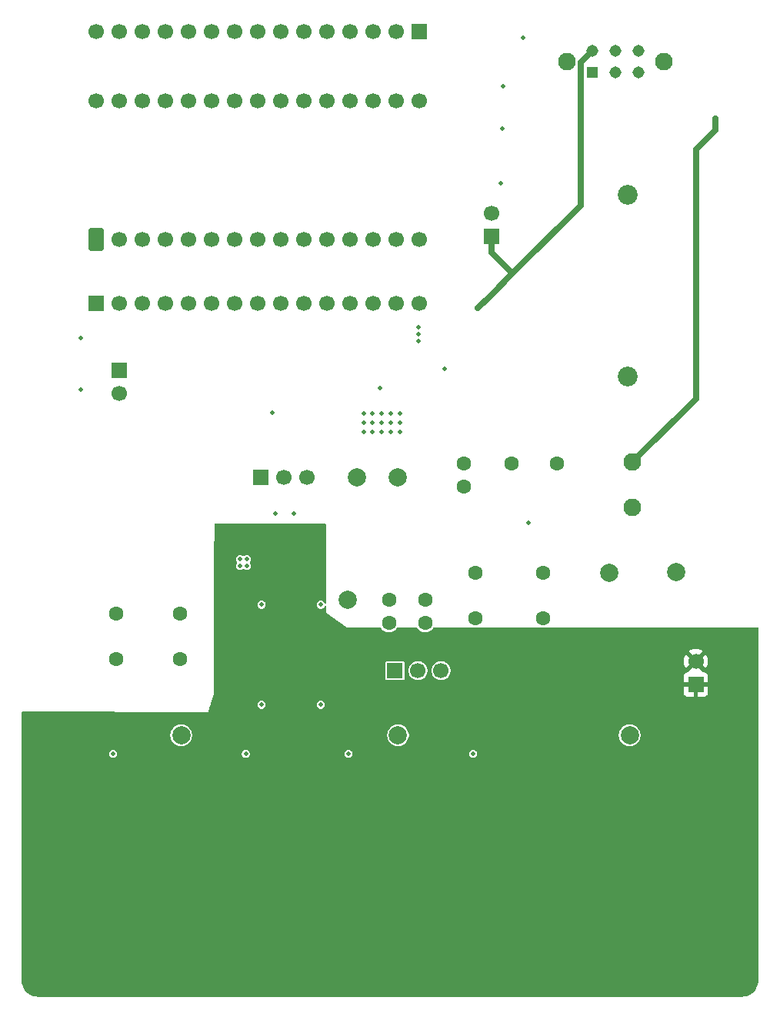
<source format=gbr>
%TF.GenerationSoftware,KiCad,Pcbnew,9.0.3*%
%TF.CreationDate,2025-08-01T09:31:49-04:00*%
%TF.ProjectId,ECG,4543472e-6b69-4636-9164-5f7063625858,rev?*%
%TF.SameCoordinates,Original*%
%TF.FileFunction,Copper,L2,Inr*%
%TF.FilePolarity,Positive*%
%FSLAX46Y46*%
G04 Gerber Fmt 4.6, Leading zero omitted, Abs format (unit mm)*
G04 Created by KiCad (PCBNEW 9.0.3) date 2025-08-01 09:31:49*
%MOMM*%
%LPD*%
G01*
G04 APERTURE LIST*
G04 Aperture macros list*
%AMRoundRect*
0 Rectangle with rounded corners*
0 $1 Rounding radius*
0 $2 $3 $4 $5 $6 $7 $8 $9 X,Y pos of 4 corners*
0 Add a 4 corners polygon primitive as box body*
4,1,4,$2,$3,$4,$5,$6,$7,$8,$9,$2,$3,0*
0 Add four circle primitives for the rounded corners*
1,1,$1+$1,$2,$3*
1,1,$1+$1,$4,$5*
1,1,$1+$1,$6,$7*
1,1,$1+$1,$8,$9*
0 Add four rect primitives between the rounded corners*
20,1,$1+$1,$2,$3,$4,$5,0*
20,1,$1+$1,$4,$5,$6,$7,0*
20,1,$1+$1,$6,$7,$8,$9,0*
20,1,$1+$1,$8,$9,$2,$3,0*%
G04 Aperture macros list end*
%TA.AperFunction,ComponentPad*%
%ADD10C,2.000000*%
%TD*%
%TA.AperFunction,ComponentPad*%
%ADD11R,1.700000X1.700000*%
%TD*%
%TA.AperFunction,ComponentPad*%
%ADD12C,1.700000*%
%TD*%
%TA.AperFunction,ComponentPad*%
%ADD13C,1.600000*%
%TD*%
%TA.AperFunction,ComponentPad*%
%ADD14C,1.950000*%
%TD*%
%TA.AperFunction,ComponentPad*%
%ADD15RoundRect,0.255000X-0.595000X1.015000X-0.595000X-1.015000X0.595000X-1.015000X0.595000X1.015000X0*%
%TD*%
%TA.AperFunction,ComponentPad*%
%ADD16C,2.175000*%
%TD*%
%TA.AperFunction,ComponentPad*%
%ADD17R,1.308000X1.308000*%
%TD*%
%TA.AperFunction,ComponentPad*%
%ADD18C,1.308000*%
%TD*%
%TA.AperFunction,ViaPad*%
%ADD19C,0.500000*%
%TD*%
%TA.AperFunction,Conductor*%
%ADD20C,0.635000*%
%TD*%
%TA.AperFunction,Conductor*%
%ADD21C,0.127000*%
%TD*%
G04 APERTURE END LIST*
D10*
%TO.N,/RL*%
%TO.C,TP5*%
X159090001Y-105156000D03*
%TD*%
D11*
%TO.N,/D13*%
%TO.C,J3*%
X100330000Y-57658000D03*
D12*
%TO.N,+3V3*%
X102870000Y-57658000D03*
%TO.N,/AREF*%
X105410000Y-57658000D03*
%TO.N,/A0*%
X107950000Y-57658000D03*
%TO.N,/A1*%
X110490000Y-57658000D03*
%TO.N,/A2*%
X113030000Y-57658000D03*
%TO.N,/A3*%
X115570000Y-57658000D03*
%TO.N,/HR_SIGNAL*%
X118110000Y-57658000D03*
%TO.N,/A5*%
X120650000Y-57658000D03*
%TO.N,/A6*%
X123190000Y-57658000D03*
%TO.N,/A7*%
X125730000Y-57658000D03*
%TO.N,+5V*%
X128270000Y-57658000D03*
%TO.N,/RESET*%
X130810000Y-57658000D03*
%TO.N,GND*%
X133350000Y-57658000D03*
%TO.N,/VIN*%
X135890000Y-57658000D03*
%TD*%
D13*
%TO.N,/P1*%
%TO.C,C2*%
X109590001Y-96792999D03*
%TO.N,Net-(U1-HPSENSE)*%
X109590001Y-91792999D03*
%TD*%
D11*
%TO.N,/RL*%
%TO.C,J2*%
X133260001Y-98042999D03*
D12*
%TO.N,Net-(J2-Pin_2)*%
X135800001Y-98042999D03*
%TO.N,+3V0*%
X138340001Y-98042999D03*
%TD*%
D14*
%TO.N,Net-(D3-A)*%
%TO.C,J5*%
X159381000Y-75137000D03*
%TO.N,GND*%
X159381000Y-80137000D03*
%TD*%
D13*
%TO.N,/P1*%
%TO.C,R22*%
X136590001Y-92832999D03*
%TO.N,Net-(U1-OPAMP+)*%
X136590001Y-90292999D03*
%TD*%
%TO.N,Net-(U1-OPAMP+)*%
%TO.C,C6*%
X142090001Y-92292999D03*
%TO.N,Net-(U1-REFOUT)*%
X142090001Y-87292999D03*
%TD*%
D10*
%TO.N,/INM*%
%TO.C,TP3*%
X133590001Y-105156000D03*
%TD*%
%TO.N,/LODP*%
%TO.C,TP2*%
X129090001Y-76792999D03*
%TD*%
%TO.N,GND*%
%TO.C,TP8*%
X164211000Y-87249000D03*
%TD*%
D11*
%TO.N,/PWR_OFF_HV*%
%TO.C,J8*%
X102870000Y-65019000D03*
D12*
X102870000Y-67559000D03*
%TD*%
D11*
%TO.N,+3V0*%
%TO.C,J1*%
X118510001Y-76792999D03*
D12*
%TO.N,Net-(J1-Pin_2)*%
X121050001Y-76792999D03*
%TO.N,GND*%
X123590001Y-76792999D03*
%TD*%
D13*
%TO.N,/P1*%
%TO.C,C22*%
X102590001Y-96792999D03*
%TO.N,Net-(U1-HPSENSE)*%
X102590001Y-91792999D03*
%TD*%
D11*
%TO.N,GND*%
%TO.C,J7*%
X166370000Y-99568000D03*
D12*
X166370000Y-97028000D03*
%TD*%
D10*
%TO.N,Net-(U1-SW)*%
%TO.C,TP6*%
X128090001Y-90292999D03*
%TD*%
D13*
%TO.N,GND*%
%TO.C,C7*%
X151090001Y-75292999D03*
%TO.N,/FILTER_OUT*%
X146090001Y-75292999D03*
%TD*%
D15*
%TO.N,/D13*%
%TO.C,U3*%
X100330000Y-50673000D03*
D12*
%TO.N,+3V3*%
X102870000Y-50673000D03*
%TO.N,/AREF*%
X105410000Y-50673000D03*
%TO.N,/A0*%
X107950000Y-50673000D03*
%TO.N,/A1*%
X110490000Y-50673000D03*
%TO.N,/A2*%
X113030000Y-50673000D03*
%TO.N,/A3*%
X115570000Y-50673000D03*
%TO.N,/HR_SIGNAL*%
X118110000Y-50673000D03*
%TO.N,/A5*%
X120650000Y-50673000D03*
%TO.N,/A6*%
X123190000Y-50673000D03*
%TO.N,/A7*%
X125730000Y-50673000D03*
%TO.N,+5V*%
X128270000Y-50673000D03*
%TO.N,/RESET*%
X130810000Y-50673000D03*
%TO.N,GND*%
X133350000Y-50673000D03*
%TO.N,/VIN*%
X135890000Y-50673000D03*
%TO.N,/TX*%
X135890000Y-35433000D03*
%TO.N,/RX*%
X133350000Y-35433000D03*
%TO.N,/RESET1*%
X130810000Y-35433000D03*
%TO.N,GND*%
X128270000Y-35433000D03*
%TO.N,/LEADS_ON_PROT*%
X125730000Y-35433000D03*
%TO.N,/PWR_HOLD*%
X123190000Y-35433000D03*
%TO.N,/D4*%
X120650000Y-35433000D03*
%TO.N,/D5*%
X118110000Y-35433000D03*
%TO.N,/D6*%
X115570000Y-35433000D03*
%TO.N,/D7*%
X113030000Y-35433000D03*
%TO.N,/D8*%
X110490000Y-35433000D03*
%TO.N,/D9*%
X107950000Y-35433000D03*
%TO.N,/D10*%
X105410000Y-35433000D03*
%TO.N,/D11*%
X102870000Y-35433000D03*
%TO.N,/D12*%
X100330000Y-35433000D03*
%TD*%
D11*
%TO.N,+9V*%
%TO.C,J6*%
X143900000Y-50275000D03*
D12*
%TO.N,/VIN*%
X143900000Y-47735000D03*
%TD*%
D10*
%TO.N,Net-(U1-REFOUT)*%
%TO.C,TP7*%
X156840001Y-87292999D03*
%TD*%
D16*
%TO.N,/BPLUS*%
%TO.C,BT1*%
X158900000Y-65683750D03*
%TO.N,GND*%
X158900000Y-45683750D03*
%TD*%
D10*
%TO.N,/LODN*%
%TO.C,TP1*%
X133590001Y-76792999D03*
%TD*%
D13*
%TO.N,/P1*%
%TO.C,R11*%
X132590001Y-92832999D03*
%TO.N,Net-(U1-OPAMP+)*%
X132590001Y-90292999D03*
%TD*%
D10*
%TO.N,/INP*%
%TO.C,TP4*%
X109728000Y-105156000D03*
%TD*%
D13*
%TO.N,Net-(U1-OPAMP+)*%
%TO.C,C21*%
X149590001Y-92292999D03*
%TO.N,Net-(U1-REFOUT)*%
X149590001Y-87292999D03*
%TD*%
%TO.N,Net-(D1-A)*%
%TO.C,R14*%
X140840001Y-77837999D03*
%TO.N,/FILTER_OUT*%
X140840001Y-75297999D03*
%TD*%
D11*
%TO.N,/TX*%
%TO.C,J4*%
X135890000Y-27813000D03*
D12*
%TO.N,/RX*%
X133350000Y-27813000D03*
%TO.N,/RESET1*%
X130810000Y-27813000D03*
%TO.N,GND*%
X128270000Y-27813000D03*
%TO.N,/LEADS_ON_PROT*%
X125730000Y-27813000D03*
%TO.N,/PWR_HOLD*%
X123190000Y-27813000D03*
%TO.N,/D4*%
X120650000Y-27813000D03*
%TO.N,/D5*%
X118110000Y-27813000D03*
%TO.N,/D6*%
X115570000Y-27813000D03*
%TO.N,/D7*%
X113030000Y-27813000D03*
%TO.N,/D8*%
X110490000Y-27813000D03*
%TO.N,/D9*%
X107950000Y-27813000D03*
%TO.N,/D10*%
X105410000Y-27813000D03*
%TO.N,/D11*%
X102870000Y-27813000D03*
%TO.N,/D12*%
X100330000Y-27813000D03*
%TD*%
D17*
%TO.N,+3V0*%
%TO.C,S1*%
X155020000Y-32258000D03*
D18*
%TO.N,/BPLUS*%
X157520000Y-32258000D03*
%TO.N,unconnected-(S1-Pad3)*%
X160020000Y-32258000D03*
%TO.N,+9V*%
X155020000Y-29858000D03*
%TO.N,Net-(D3-K)*%
X157520000Y-29858000D03*
%TO.N,unconnected-(S1-Pad6)*%
X160020000Y-29858000D03*
D14*
%TO.N,unconnected-(S1-SH-Pad7)*%
X152220000Y-31058000D03*
%TO.N,unconnected-(S1-SH-Pad8)*%
X162820000Y-31058000D03*
%TD*%
D19*
%TO.N,GND*%
X119290400Y-129932200D03*
X130800000Y-69800000D03*
X93763400Y-123932200D03*
X171475400Y-122480200D03*
X122200000Y-86700000D03*
X172225400Y-125480200D03*
X119290400Y-126932200D03*
X171475400Y-125480200D03*
X146087400Y-128432200D03*
X94513400Y-128432200D03*
X172225400Y-126980200D03*
X146087400Y-119432200D03*
X120040400Y-125432200D03*
X93763400Y-125432200D03*
X172225400Y-129980200D03*
X120040400Y-116432200D03*
X120040400Y-126932200D03*
X146087400Y-125432200D03*
X93763400Y-119432200D03*
X93763400Y-122432200D03*
X119290400Y-119432200D03*
X132800000Y-69800000D03*
X146837400Y-126932200D03*
X93763400Y-128432200D03*
X119290400Y-125432200D03*
X120040400Y-119432200D03*
X119290400Y-128432200D03*
X146837400Y-120932200D03*
X172225400Y-120980200D03*
X120040400Y-123932200D03*
X94513400Y-126932200D03*
X131800000Y-71800000D03*
X93763400Y-117932200D03*
X172225400Y-117980200D03*
X146837400Y-123932200D03*
X172225400Y-119480200D03*
X130175000Y-94742000D03*
X171475400Y-126980200D03*
X172225400Y-122480200D03*
X146837400Y-116432200D03*
X94513400Y-129932200D03*
X129800000Y-71800000D03*
X120040400Y-128432200D03*
X146087400Y-123932200D03*
X94513400Y-119432200D03*
X131800000Y-70800000D03*
X120040400Y-129932200D03*
X132800000Y-71800000D03*
X146087400Y-129932200D03*
X119290400Y-116432200D03*
X130800000Y-70800000D03*
X129159000Y-95758000D03*
X146837400Y-122432200D03*
X171475400Y-120980200D03*
X130800000Y-71800000D03*
X94513400Y-120932200D03*
X119290400Y-123932200D03*
X171475400Y-123980200D03*
X131800000Y-69800000D03*
X133800000Y-69800000D03*
X120040400Y-122432200D03*
X172225400Y-123980200D03*
X129159000Y-94742000D03*
X146087400Y-126932200D03*
X94513400Y-122432200D03*
X146837400Y-119432200D03*
X130175000Y-95758000D03*
X121000000Y-87800000D03*
X93763400Y-126932200D03*
X94513400Y-123932200D03*
X172225400Y-116480200D03*
X129800000Y-69800000D03*
X172225400Y-128480200D03*
X120040400Y-117932200D03*
X119290400Y-122432200D03*
X146087400Y-120932200D03*
X129800000Y-70800000D03*
X133800000Y-70800000D03*
X146087400Y-116432200D03*
X171475400Y-119480200D03*
X132800000Y-70800000D03*
X171475400Y-128480200D03*
X121000000Y-86700000D03*
X146837400Y-128432200D03*
X171475400Y-116480200D03*
X133800000Y-71800000D03*
X93763400Y-116432200D03*
X171475400Y-117980200D03*
X171475400Y-129980200D03*
X93763400Y-120932200D03*
X146837400Y-117932200D03*
X94513400Y-116432200D03*
X146087400Y-122432200D03*
X146837400Y-129932200D03*
X120040400Y-120932200D03*
X146837400Y-125432200D03*
X94513400Y-117932200D03*
X94513400Y-125432200D03*
X93763400Y-129932200D03*
X119290400Y-120932200D03*
X119290400Y-117932200D03*
X122200000Y-87800000D03*
X146087400Y-117932200D03*
%TO.N,+3V0*%
X116955000Y-86525800D03*
X116205000Y-86525800D03*
X116840000Y-107188000D03*
X141854000Y-107188000D03*
X122090001Y-80792999D03*
X116205000Y-85775800D03*
X128143000Y-107188000D03*
X102222000Y-107188000D03*
X120090001Y-80792999D03*
X116955000Y-85775800D03*
%TO.N,/PWR_OFF_HV*%
X138700000Y-64900000D03*
X131600000Y-67000000D03*
%TO.N,/VIN*%
X135850000Y-61087000D03*
X147320000Y-28448000D03*
X135850000Y-61849000D03*
X144907000Y-44450000D03*
X98679000Y-67183000D03*
X135850000Y-60325000D03*
X145034000Y-38481000D03*
X98679000Y-61468000D03*
%TO.N,+9V*%
X143100000Y-57500000D03*
X143800000Y-56800000D03*
X142400000Y-58200000D03*
%TO.N,/INP*%
X118590001Y-101792999D03*
X125090001Y-101792999D03*
%TO.N,/P1*%
X118590001Y-90792999D03*
X125090001Y-90792999D03*
%TO.N,Net-(JP1-B)*%
X147955000Y-81788000D03*
%TO.N,Net-(D3-A)*%
X168529000Y-37338000D03*
%TO.N,Net-(JP2-B)*%
X145161000Y-33782000D03*
%TO.N,/LEADS_ON_PROT*%
X119761000Y-69723000D03*
%TD*%
D20*
%TO.N,+9V*%
X146200000Y-54400000D02*
X153713500Y-46886500D01*
X143900000Y-52100000D02*
X146200000Y-54400000D01*
X153713500Y-31164500D02*
X155020000Y-29858000D01*
X143800000Y-56800000D02*
X146200000Y-54400000D01*
X153713500Y-46886500D02*
X153713500Y-31164500D01*
X142400000Y-58200000D02*
X143800000Y-56800000D01*
X143900000Y-50275000D02*
X143900000Y-52100000D01*
%TO.N,Net-(D3-A)*%
X168529000Y-37338000D02*
X168529000Y-38608000D01*
X166370000Y-67056000D02*
X166370000Y-67310000D01*
D21*
X166370000Y-68148000D02*
X166370000Y-67056000D01*
D20*
X166370000Y-40767000D02*
X166370000Y-67056000D01*
X168529000Y-38608000D02*
X166370000Y-40767000D01*
X159381000Y-75137000D02*
X166370000Y-68148000D01*
X166370000Y-68148000D02*
X166370000Y-67310000D01*
%TD*%
%TA.AperFunction,Conductor*%
%TO.N,GND*%
G36*
X125655069Y-81920817D02*
G01*
X125694665Y-81975317D01*
X125700000Y-82009000D01*
X125700000Y-90541755D01*
X125679183Y-90605824D01*
X125624683Y-90645420D01*
X125557317Y-90645420D01*
X125502817Y-90605824D01*
X125496604Y-90596256D01*
X125465137Y-90541755D01*
X125450490Y-90516386D01*
X125366614Y-90432510D01*
X125263887Y-90373200D01*
X125149313Y-90342499D01*
X125149310Y-90342499D01*
X125030692Y-90342499D01*
X125030688Y-90342499D01*
X124916114Y-90373200D01*
X124813389Y-90432509D01*
X124729511Y-90516387D01*
X124670202Y-90619112D01*
X124639501Y-90733686D01*
X124639501Y-90852311D01*
X124670202Y-90966885D01*
X124670201Y-90966885D01*
X124714864Y-91044242D01*
X124729512Y-91069612D01*
X124813388Y-91153488D01*
X124916115Y-91212798D01*
X125030692Y-91243499D01*
X125030694Y-91243499D01*
X125149308Y-91243499D01*
X125149310Y-91243499D01*
X125263887Y-91212798D01*
X125366614Y-91153488D01*
X125450490Y-91069612D01*
X125496604Y-90989741D01*
X125546667Y-90944665D01*
X125613663Y-90937624D01*
X125672003Y-90971307D01*
X125699403Y-91032849D01*
X125700000Y-91044242D01*
X125700000Y-91700000D01*
X127945148Y-93345000D01*
X131667401Y-93340471D01*
X131731490Y-93361209D01*
X131758159Y-93388913D01*
X131812858Y-93470776D01*
X131812859Y-93470777D01*
X131812862Y-93470781D01*
X131952219Y-93610138D01*
X132116087Y-93719631D01*
X132298166Y-93795050D01*
X132491460Y-93833499D01*
X132491463Y-93833499D01*
X132688538Y-93833499D01*
X132688542Y-93833499D01*
X132881836Y-93795050D01*
X133063915Y-93719631D01*
X133227783Y-93610138D01*
X133367140Y-93470781D01*
X133423343Y-93386666D01*
X133476243Y-93344963D01*
X133513836Y-93338225D01*
X135664152Y-93335609D01*
X135728242Y-93356347D01*
X135754911Y-93384051D01*
X135812858Y-93470776D01*
X135812859Y-93470777D01*
X135812862Y-93470781D01*
X135952219Y-93610138D01*
X136116087Y-93719631D01*
X136298166Y-93795050D01*
X136491460Y-93833499D01*
X136491463Y-93833499D01*
X136688538Y-93833499D01*
X136688542Y-93833499D01*
X136881836Y-93795050D01*
X137063915Y-93719631D01*
X137227783Y-93610138D01*
X137367140Y-93470781D01*
X137426598Y-93381795D01*
X137479500Y-93340091D01*
X137517087Y-93333355D01*
X173170371Y-93289980D01*
X173234461Y-93310718D01*
X173274124Y-93365170D01*
X173279500Y-93398979D01*
X173279500Y-132076425D01*
X173279267Y-132083554D01*
X173264315Y-132311668D01*
X173262454Y-132325804D01*
X173218553Y-132546507D01*
X173214863Y-132560279D01*
X173142536Y-132773350D01*
X173137079Y-132786523D01*
X173037551Y-132988345D01*
X173030422Y-133000692D01*
X172905412Y-133187783D01*
X172896733Y-133199095D01*
X172748362Y-133368280D01*
X172738280Y-133378362D01*
X172569095Y-133526733D01*
X172557783Y-133535412D01*
X172370692Y-133660422D01*
X172358345Y-133667551D01*
X172156523Y-133767079D01*
X172143353Y-133772534D01*
X171930279Y-133844863D01*
X171916507Y-133848553D01*
X171695804Y-133892454D01*
X171681668Y-133894315D01*
X171453555Y-133909267D01*
X171446426Y-133909500D01*
X93983574Y-133909500D01*
X93976445Y-133909267D01*
X93748331Y-133894315D01*
X93734195Y-133892454D01*
X93513492Y-133848553D01*
X93499725Y-133844864D01*
X93286641Y-133772532D01*
X93273476Y-133767079D01*
X93071654Y-133667551D01*
X93059307Y-133660422D01*
X92872216Y-133535412D01*
X92860904Y-133526733D01*
X92691719Y-133378362D01*
X92681637Y-133368280D01*
X92533266Y-133199095D01*
X92524587Y-133187783D01*
X92399577Y-133000692D01*
X92392448Y-132988345D01*
X92292920Y-132786523D01*
X92287469Y-132773366D01*
X92215131Y-132560263D01*
X92211446Y-132546507D01*
X92195672Y-132467206D01*
X92167543Y-132325795D01*
X92165685Y-132311678D01*
X92150733Y-132083554D01*
X92150500Y-132076425D01*
X92150500Y-107128687D01*
X101771500Y-107128687D01*
X101771500Y-107247312D01*
X101802201Y-107361886D01*
X101802200Y-107361886D01*
X101853563Y-107450847D01*
X101861511Y-107464613D01*
X101945387Y-107548489D01*
X102048114Y-107607799D01*
X102162691Y-107638500D01*
X102162693Y-107638500D01*
X102281307Y-107638500D01*
X102281309Y-107638500D01*
X102395886Y-107607799D01*
X102498613Y-107548489D01*
X102582489Y-107464613D01*
X102641799Y-107361886D01*
X102672500Y-107247309D01*
X102672500Y-107128691D01*
X102672499Y-107128687D01*
X116389500Y-107128687D01*
X116389500Y-107247312D01*
X116420201Y-107361886D01*
X116420200Y-107361886D01*
X116471563Y-107450847D01*
X116479511Y-107464613D01*
X116563387Y-107548489D01*
X116666114Y-107607799D01*
X116780691Y-107638500D01*
X116780693Y-107638500D01*
X116899307Y-107638500D01*
X116899309Y-107638500D01*
X117013886Y-107607799D01*
X117116613Y-107548489D01*
X117200489Y-107464613D01*
X117259799Y-107361886D01*
X117290500Y-107247309D01*
X117290500Y-107128691D01*
X117290499Y-107128687D01*
X127692500Y-107128687D01*
X127692500Y-107247312D01*
X127723201Y-107361886D01*
X127723200Y-107361886D01*
X127774563Y-107450847D01*
X127782511Y-107464613D01*
X127866387Y-107548489D01*
X127969114Y-107607799D01*
X128083691Y-107638500D01*
X128083693Y-107638500D01*
X128202307Y-107638500D01*
X128202309Y-107638500D01*
X128316886Y-107607799D01*
X128419613Y-107548489D01*
X128503489Y-107464613D01*
X128562799Y-107361886D01*
X128593500Y-107247309D01*
X128593500Y-107128691D01*
X128593499Y-107128687D01*
X141403500Y-107128687D01*
X141403500Y-107247312D01*
X141434201Y-107361886D01*
X141434200Y-107361886D01*
X141485563Y-107450847D01*
X141493511Y-107464613D01*
X141577387Y-107548489D01*
X141680114Y-107607799D01*
X141794691Y-107638500D01*
X141794693Y-107638500D01*
X141913307Y-107638500D01*
X141913309Y-107638500D01*
X142027886Y-107607799D01*
X142130613Y-107548489D01*
X142214489Y-107464613D01*
X142273799Y-107361886D01*
X142304500Y-107247309D01*
X142304500Y-107128691D01*
X142273799Y-107014114D01*
X142273798Y-107014113D01*
X142273799Y-107014113D01*
X142244144Y-106962750D01*
X142214489Y-106911387D01*
X142130613Y-106827511D01*
X142027886Y-106768201D01*
X141913312Y-106737500D01*
X141913309Y-106737500D01*
X141794691Y-106737500D01*
X141794687Y-106737500D01*
X141680113Y-106768201D01*
X141577388Y-106827510D01*
X141493510Y-106911388D01*
X141434201Y-107014113D01*
X141403500Y-107128687D01*
X128593499Y-107128687D01*
X128562799Y-107014114D01*
X128562798Y-107014113D01*
X128562799Y-107014113D01*
X128533144Y-106962750D01*
X128503489Y-106911387D01*
X128419613Y-106827511D01*
X128316886Y-106768201D01*
X128202312Y-106737500D01*
X128202309Y-106737500D01*
X128083691Y-106737500D01*
X128083687Y-106737500D01*
X127969113Y-106768201D01*
X127866388Y-106827510D01*
X127782510Y-106911388D01*
X127723201Y-107014113D01*
X127692500Y-107128687D01*
X117290499Y-107128687D01*
X117259799Y-107014114D01*
X117259798Y-107014113D01*
X117259799Y-107014113D01*
X117230144Y-106962750D01*
X117200489Y-106911387D01*
X117116613Y-106827511D01*
X117013886Y-106768201D01*
X116899312Y-106737500D01*
X116899309Y-106737500D01*
X116780691Y-106737500D01*
X116780687Y-106737500D01*
X116666113Y-106768201D01*
X116563388Y-106827510D01*
X116479510Y-106911388D01*
X116420201Y-107014113D01*
X116389500Y-107128687D01*
X102672499Y-107128687D01*
X102641799Y-107014114D01*
X102641798Y-107014113D01*
X102641799Y-107014113D01*
X102612144Y-106962750D01*
X102582489Y-106911387D01*
X102498613Y-106827511D01*
X102395886Y-106768201D01*
X102281312Y-106737500D01*
X102281309Y-106737500D01*
X102162691Y-106737500D01*
X102162687Y-106737500D01*
X102048113Y-106768201D01*
X101945388Y-106827510D01*
X101861510Y-106911388D01*
X101802201Y-107014113D01*
X101771500Y-107128687D01*
X92150500Y-107128687D01*
X92150500Y-105061517D01*
X108527500Y-105061517D01*
X108527500Y-105250482D01*
X108557060Y-105437121D01*
X108615451Y-105616827D01*
X108615453Y-105616832D01*
X108701240Y-105785199D01*
X108812310Y-105938073D01*
X108945927Y-106071690D01*
X109098801Y-106182760D01*
X109267168Y-106268547D01*
X109357025Y-106297743D01*
X109446878Y-106326939D01*
X109446880Y-106326939D01*
X109446882Y-106326940D01*
X109633519Y-106356500D01*
X109633520Y-106356500D01*
X109822480Y-106356500D01*
X109822481Y-106356500D01*
X110009118Y-106326940D01*
X110188832Y-106268547D01*
X110357199Y-106182760D01*
X110510073Y-106071690D01*
X110643690Y-105938073D01*
X110754760Y-105785199D01*
X110840547Y-105616832D01*
X110898940Y-105437118D01*
X110928500Y-105250481D01*
X110928500Y-105061519D01*
X110928500Y-105061517D01*
X132389501Y-105061517D01*
X132389501Y-105250482D01*
X132419061Y-105437121D01*
X132477452Y-105616827D01*
X132477454Y-105616832D01*
X132563241Y-105785199D01*
X132674311Y-105938073D01*
X132807928Y-106071690D01*
X132960802Y-106182760D01*
X133129169Y-106268547D01*
X133219026Y-106297743D01*
X133308879Y-106326939D01*
X133308881Y-106326939D01*
X133308883Y-106326940D01*
X133495520Y-106356500D01*
X133495521Y-106356500D01*
X133684481Y-106356500D01*
X133684482Y-106356500D01*
X133871119Y-106326940D01*
X134050833Y-106268547D01*
X134219200Y-106182760D01*
X134372074Y-106071690D01*
X134505691Y-105938073D01*
X134616761Y-105785199D01*
X134702548Y-105616832D01*
X134760941Y-105437118D01*
X134790501Y-105250481D01*
X134790501Y-105061519D01*
X134790501Y-105061517D01*
X157889501Y-105061517D01*
X157889501Y-105250482D01*
X157919061Y-105437121D01*
X157977452Y-105616827D01*
X157977454Y-105616832D01*
X158063241Y-105785199D01*
X158174311Y-105938073D01*
X158307928Y-106071690D01*
X158460802Y-106182760D01*
X158629169Y-106268547D01*
X158719026Y-106297743D01*
X158808879Y-106326939D01*
X158808881Y-106326939D01*
X158808883Y-106326940D01*
X158995520Y-106356500D01*
X158995521Y-106356500D01*
X159184481Y-106356500D01*
X159184482Y-106356500D01*
X159371119Y-106326940D01*
X159550833Y-106268547D01*
X159719200Y-106182760D01*
X159872074Y-106071690D01*
X160005691Y-105938073D01*
X160116761Y-105785199D01*
X160202548Y-105616832D01*
X160260941Y-105437118D01*
X160290501Y-105250481D01*
X160290501Y-105061519D01*
X160260941Y-104874882D01*
X160202548Y-104695168D01*
X160116761Y-104526801D01*
X160005691Y-104373927D01*
X159872074Y-104240310D01*
X159719200Y-104129240D01*
X159550833Y-104043453D01*
X159550830Y-104043452D01*
X159550828Y-104043451D01*
X159371122Y-103985060D01*
X159371123Y-103985060D01*
X159184483Y-103955500D01*
X159184482Y-103955500D01*
X158995520Y-103955500D01*
X158995518Y-103955500D01*
X158808879Y-103985060D01*
X158629173Y-104043451D01*
X158629169Y-104043452D01*
X158629169Y-104043453D01*
X158460802Y-104129240D01*
X158460801Y-104129241D01*
X158307927Y-104240311D01*
X158174312Y-104373926D01*
X158063242Y-104526800D01*
X157977452Y-104695172D01*
X157919061Y-104874878D01*
X157889501Y-105061517D01*
X134790501Y-105061517D01*
X134760941Y-104874882D01*
X134702548Y-104695168D01*
X134616761Y-104526801D01*
X134505691Y-104373927D01*
X134372074Y-104240310D01*
X134219200Y-104129240D01*
X134050833Y-104043453D01*
X134050830Y-104043452D01*
X134050828Y-104043451D01*
X133871122Y-103985060D01*
X133871123Y-103985060D01*
X133684483Y-103955500D01*
X133684482Y-103955500D01*
X133495520Y-103955500D01*
X133495518Y-103955500D01*
X133308879Y-103985060D01*
X133129173Y-104043451D01*
X133129169Y-104043452D01*
X133129169Y-104043453D01*
X132960802Y-104129240D01*
X132960801Y-104129241D01*
X132807927Y-104240311D01*
X132674312Y-104373926D01*
X132563242Y-104526800D01*
X132477452Y-104695172D01*
X132419061Y-104874878D01*
X132389501Y-105061517D01*
X110928500Y-105061517D01*
X110898940Y-104874882D01*
X110840547Y-104695168D01*
X110754760Y-104526801D01*
X110643690Y-104373927D01*
X110510073Y-104240310D01*
X110357199Y-104129240D01*
X110188832Y-104043453D01*
X110188829Y-104043452D01*
X110188827Y-104043451D01*
X110009121Y-103985060D01*
X110009122Y-103985060D01*
X109822482Y-103955500D01*
X109822481Y-103955500D01*
X109633519Y-103955500D01*
X109633517Y-103955500D01*
X109446878Y-103985060D01*
X109267172Y-104043451D01*
X109267168Y-104043452D01*
X109267168Y-104043453D01*
X109098801Y-104129240D01*
X109098800Y-104129241D01*
X108945926Y-104240311D01*
X108812311Y-104373926D01*
X108701241Y-104526800D01*
X108615451Y-104695172D01*
X108557060Y-104874878D01*
X108527500Y-105061517D01*
X92150500Y-105061517D01*
X92150500Y-102656952D01*
X92171317Y-102592883D01*
X92225817Y-102553287D01*
X92260041Y-102547954D01*
X112692776Y-102651020D01*
X112692776Y-102651019D01*
X112710858Y-102592883D01*
X112847517Y-102153488D01*
X112978083Y-101733686D01*
X118139501Y-101733686D01*
X118139501Y-101852311D01*
X118170202Y-101966885D01*
X118170201Y-101966885D01*
X118221564Y-102055846D01*
X118229512Y-102069612D01*
X118313388Y-102153488D01*
X118416115Y-102212798D01*
X118530692Y-102243499D01*
X118530694Y-102243499D01*
X118649308Y-102243499D01*
X118649310Y-102243499D01*
X118763887Y-102212798D01*
X118866614Y-102153488D01*
X118950490Y-102069612D01*
X119009800Y-101966885D01*
X119040501Y-101852308D01*
X119040501Y-101733690D01*
X119040500Y-101733686D01*
X124639501Y-101733686D01*
X124639501Y-101852311D01*
X124670202Y-101966885D01*
X124670201Y-101966885D01*
X124721564Y-102055846D01*
X124729512Y-102069612D01*
X124813388Y-102153488D01*
X124916115Y-102212798D01*
X125030692Y-102243499D01*
X125030694Y-102243499D01*
X125149308Y-102243499D01*
X125149310Y-102243499D01*
X125263887Y-102212798D01*
X125366614Y-102153488D01*
X125450490Y-102069612D01*
X125509800Y-101966885D01*
X125540501Y-101852308D01*
X125540501Y-101733690D01*
X125509800Y-101619113D01*
X125509799Y-101619112D01*
X125509800Y-101619112D01*
X125480145Y-101567749D01*
X125450490Y-101516386D01*
X125366614Y-101432510D01*
X125263887Y-101373200D01*
X125149313Y-101342499D01*
X125149310Y-101342499D01*
X125030692Y-101342499D01*
X125030688Y-101342499D01*
X124916114Y-101373200D01*
X124813389Y-101432509D01*
X124729511Y-101516387D01*
X124670202Y-101619112D01*
X124639501Y-101733686D01*
X119040500Y-101733686D01*
X119009800Y-101619113D01*
X119009799Y-101619112D01*
X119009800Y-101619112D01*
X118980145Y-101567749D01*
X118950490Y-101516386D01*
X118866614Y-101432510D01*
X118763887Y-101373200D01*
X118649313Y-101342499D01*
X118649310Y-101342499D01*
X118530692Y-101342499D01*
X118530688Y-101342499D01*
X118416114Y-101373200D01*
X118313389Y-101432509D01*
X118229511Y-101516387D01*
X118170202Y-101619112D01*
X118139501Y-101733686D01*
X112978083Y-101733686D01*
X112990372Y-101694175D01*
X113323133Y-100624259D01*
X113323134Y-100624256D01*
X113323135Y-100624254D01*
X113332138Y-97173251D01*
X132209501Y-97173251D01*
X132209501Y-98912747D01*
X132218807Y-98959533D01*
X132221134Y-98971231D01*
X132265446Y-99037548D01*
X132265451Y-99037553D01*
X132331768Y-99081865D01*
X132331770Y-99081866D01*
X132390253Y-99093499D01*
X132390256Y-99093499D01*
X134129745Y-99093499D01*
X134129749Y-99093499D01*
X134188232Y-99081866D01*
X134254553Y-99037551D01*
X134298868Y-98971230D01*
X134310501Y-98912747D01*
X134310501Y-97939534D01*
X134749501Y-97939534D01*
X134749501Y-98146464D01*
X134789871Y-98349418D01*
X134789872Y-98349421D01*
X134869057Y-98540593D01*
X134869060Y-98540598D01*
X134983249Y-98711494D01*
X134984024Y-98712654D01*
X135130346Y-98858976D01*
X135210815Y-98912743D01*
X135302401Y-98973939D01*
X135302406Y-98973942D01*
X135397992Y-99013534D01*
X135493581Y-99053129D01*
X135696536Y-99093499D01*
X135696539Y-99093499D01*
X135903462Y-99093499D01*
X135903466Y-99093499D01*
X136106421Y-99053129D01*
X136254287Y-98991880D01*
X136297595Y-98973942D01*
X136297596Y-98973940D01*
X136297599Y-98973940D01*
X136469656Y-98858976D01*
X136615978Y-98712654D01*
X136730942Y-98540597D01*
X136810131Y-98349419D01*
X136850501Y-98146464D01*
X136850501Y-97939534D01*
X137289501Y-97939534D01*
X137289501Y-98146464D01*
X137329871Y-98349418D01*
X137329872Y-98349421D01*
X137409057Y-98540593D01*
X137409060Y-98540598D01*
X137523249Y-98711494D01*
X137524024Y-98712654D01*
X137670346Y-98858976D01*
X137750815Y-98912743D01*
X137842401Y-98973939D01*
X137842406Y-98973942D01*
X137937992Y-99013534D01*
X138033581Y-99053129D01*
X138236536Y-99093499D01*
X138236539Y-99093499D01*
X138443462Y-99093499D01*
X138443466Y-99093499D01*
X138646421Y-99053129D01*
X138794287Y-98991880D01*
X138837595Y-98973942D01*
X138837596Y-98973940D01*
X138837599Y-98973940D01*
X139009656Y-98858976D01*
X139155978Y-98712654D01*
X139270942Y-98540597D01*
X139350131Y-98349419D01*
X139390501Y-98146464D01*
X139390501Y-97939534D01*
X139350131Y-97736579D01*
X139310536Y-97640990D01*
X139270944Y-97545404D01*
X139270941Y-97545399D01*
X139155979Y-97373346D01*
X139155978Y-97373344D01*
X139009656Y-97227022D01*
X138929186Y-97173254D01*
X138837600Y-97112058D01*
X138837595Y-97112055D01*
X138646423Y-97032870D01*
X138646425Y-97032870D01*
X138646421Y-97032869D01*
X138603721Y-97024375D01*
X138501949Y-97004132D01*
X138443466Y-96992499D01*
X138236536Y-96992499D01*
X138033581Y-97032869D01*
X138033578Y-97032870D01*
X137842406Y-97112055D01*
X137842401Y-97112058D01*
X137670348Y-97227020D01*
X137524022Y-97373346D01*
X137409060Y-97545399D01*
X137409057Y-97545404D01*
X137330294Y-97735557D01*
X137329871Y-97736579D01*
X137289501Y-97939534D01*
X136850501Y-97939534D01*
X136810131Y-97736579D01*
X136770536Y-97640990D01*
X136730944Y-97545404D01*
X136730941Y-97545399D01*
X136615979Y-97373346D01*
X136615978Y-97373344D01*
X136469656Y-97227022D01*
X136389186Y-97173254D01*
X136297600Y-97112058D01*
X136297595Y-97112055D01*
X136106423Y-97032870D01*
X136106425Y-97032870D01*
X136106421Y-97032869D01*
X135903466Y-96992499D01*
X135696536Y-96992499D01*
X135493581Y-97032869D01*
X135493578Y-97032870D01*
X135302406Y-97112055D01*
X135302401Y-97112058D01*
X135130348Y-97227020D01*
X134984022Y-97373346D01*
X134869060Y-97545399D01*
X134869057Y-97545404D01*
X134790294Y-97735557D01*
X134789871Y-97736579D01*
X134749501Y-97939534D01*
X134310501Y-97939534D01*
X134310501Y-97173251D01*
X134298868Y-97114768D01*
X134298867Y-97114766D01*
X134254555Y-97048449D01*
X134254550Y-97048444D01*
X134188233Y-97004132D01*
X134173611Y-97001223D01*
X134129749Y-96992499D01*
X132390253Y-96992499D01*
X132355163Y-96999478D01*
X132331768Y-97004132D01*
X132265451Y-97048444D01*
X132265446Y-97048449D01*
X132221134Y-97114766D01*
X132221134Y-97114768D01*
X132209501Y-97173251D01*
X113332138Y-97173251D01*
X113332794Y-96921752D01*
X165020000Y-96921752D01*
X165020000Y-97134247D01*
X165053242Y-97344130D01*
X165118904Y-97546215D01*
X165215379Y-97735558D01*
X165254728Y-97789716D01*
X165887036Y-97157407D01*
X165904075Y-97220993D01*
X165969901Y-97335007D01*
X166062993Y-97428099D01*
X166177007Y-97493925D01*
X166240589Y-97510962D01*
X165590316Y-98161236D01*
X165589183Y-98165957D01*
X165537955Y-98209705D01*
X165496248Y-98218000D01*
X165472164Y-98218000D01*
X165412629Y-98224400D01*
X165412628Y-98224400D01*
X165277909Y-98274648D01*
X165277905Y-98274649D01*
X165162816Y-98360806D01*
X165162806Y-98360816D01*
X165076649Y-98475905D01*
X165076648Y-98475909D01*
X165026400Y-98610628D01*
X165026400Y-98610629D01*
X165020000Y-98670163D01*
X165020000Y-99317999D01*
X165020001Y-99318000D01*
X165936988Y-99318000D01*
X165904075Y-99375007D01*
X165870000Y-99502174D01*
X165870000Y-99633826D01*
X165904075Y-99760993D01*
X165936988Y-99818000D01*
X165020001Y-99818000D01*
X165020000Y-99818001D01*
X165020000Y-100465836D01*
X165026400Y-100525370D01*
X165026400Y-100525371D01*
X165076648Y-100660090D01*
X165076649Y-100660094D01*
X165162806Y-100775183D01*
X165162816Y-100775193D01*
X165277905Y-100861350D01*
X165277909Y-100861351D01*
X165412629Y-100911599D01*
X165472164Y-100918000D01*
X166119999Y-100918000D01*
X166120000Y-100917999D01*
X166120000Y-100001012D01*
X166177007Y-100033925D01*
X166304174Y-100068000D01*
X166435826Y-100068000D01*
X166562993Y-100033925D01*
X166620000Y-100001012D01*
X166620000Y-100917999D01*
X166620001Y-100918000D01*
X167267836Y-100918000D01*
X167327370Y-100911599D01*
X167327371Y-100911599D01*
X167462090Y-100861351D01*
X167462094Y-100861350D01*
X167577183Y-100775193D01*
X167577193Y-100775183D01*
X167663350Y-100660094D01*
X167663351Y-100660090D01*
X167713599Y-100525371D01*
X167713599Y-100525370D01*
X167720000Y-100465836D01*
X167720000Y-99818001D01*
X167719999Y-99818000D01*
X166803012Y-99818000D01*
X166835925Y-99760993D01*
X166870000Y-99633826D01*
X166870000Y-99502174D01*
X166835925Y-99375007D01*
X166803012Y-99318000D01*
X167719999Y-99318000D01*
X167720000Y-99317999D01*
X167720000Y-98670163D01*
X167713599Y-98610629D01*
X167713599Y-98610628D01*
X167663351Y-98475909D01*
X167663350Y-98475905D01*
X167577193Y-98360816D01*
X167577183Y-98360806D01*
X167462094Y-98274649D01*
X167462090Y-98274648D01*
X167327370Y-98224400D01*
X167267836Y-98218000D01*
X167243751Y-98218000D01*
X167179682Y-98197183D01*
X167163882Y-98175436D01*
X166499408Y-97510962D01*
X166562993Y-97493925D01*
X166677007Y-97428099D01*
X166770099Y-97335007D01*
X166835925Y-97220993D01*
X166852962Y-97157408D01*
X167485270Y-97789716D01*
X167524620Y-97735557D01*
X167621095Y-97546215D01*
X167686757Y-97344130D01*
X167720000Y-97134247D01*
X167720000Y-96921752D01*
X167686757Y-96711869D01*
X167621095Y-96509784D01*
X167524619Y-96320440D01*
X167485270Y-96266282D01*
X166852962Y-96898589D01*
X166835925Y-96835007D01*
X166770099Y-96720993D01*
X166677007Y-96627901D01*
X166562993Y-96562075D01*
X166499407Y-96545036D01*
X167131717Y-95912728D01*
X167077558Y-95873379D01*
X166888215Y-95776904D01*
X166686130Y-95711242D01*
X166476247Y-95678000D01*
X166263753Y-95678000D01*
X166053869Y-95711242D01*
X165851784Y-95776904D01*
X165662441Y-95873379D01*
X165608282Y-95912728D01*
X166240591Y-96545037D01*
X166177007Y-96562075D01*
X166062993Y-96627901D01*
X165969901Y-96720993D01*
X165904075Y-96835007D01*
X165887037Y-96898591D01*
X165254728Y-96266282D01*
X165215379Y-96320441D01*
X165118904Y-96509784D01*
X165053242Y-96711869D01*
X165020000Y-96921752D01*
X113332794Y-96921752D01*
X113348937Y-90733686D01*
X118139501Y-90733686D01*
X118139501Y-90852311D01*
X118170202Y-90966885D01*
X118170201Y-90966885D01*
X118214864Y-91044242D01*
X118229512Y-91069612D01*
X118313388Y-91153488D01*
X118416115Y-91212798D01*
X118530692Y-91243499D01*
X118530694Y-91243499D01*
X118649308Y-91243499D01*
X118649310Y-91243499D01*
X118763887Y-91212798D01*
X118866614Y-91153488D01*
X118950490Y-91069612D01*
X119009800Y-90966885D01*
X119040501Y-90852308D01*
X119040501Y-90733690D01*
X119009800Y-90619113D01*
X119009799Y-90619112D01*
X119009800Y-90619112D01*
X118965137Y-90541755D01*
X118950490Y-90516386D01*
X118866614Y-90432510D01*
X118763887Y-90373200D01*
X118649313Y-90342499D01*
X118649310Y-90342499D01*
X118530692Y-90342499D01*
X118530688Y-90342499D01*
X118416114Y-90373200D01*
X118313389Y-90432509D01*
X118229511Y-90516387D01*
X118170202Y-90619112D01*
X118139501Y-90733686D01*
X113348937Y-90733686D01*
X113362025Y-85716487D01*
X115754500Y-85716487D01*
X115754500Y-85835112D01*
X115785201Y-85949686D01*
X115785200Y-85949686D01*
X115830000Y-86027279D01*
X115844511Y-86052413D01*
X115865825Y-86073727D01*
X115896407Y-86133749D01*
X115885869Y-86200285D01*
X115865826Y-86227871D01*
X115844511Y-86249187D01*
X115844510Y-86249188D01*
X115785201Y-86351913D01*
X115754500Y-86466487D01*
X115754500Y-86585112D01*
X115785201Y-86699686D01*
X115785200Y-86699686D01*
X115830000Y-86777279D01*
X115844511Y-86802413D01*
X115928387Y-86886289D01*
X116031114Y-86945599D01*
X116145691Y-86976300D01*
X116145693Y-86976300D01*
X116264307Y-86976300D01*
X116264309Y-86976300D01*
X116378886Y-86945599D01*
X116481613Y-86886289D01*
X116502927Y-86864974D01*
X116562949Y-86834393D01*
X116629485Y-86844931D01*
X116657071Y-86864973D01*
X116678387Y-86886289D01*
X116781114Y-86945599D01*
X116895691Y-86976300D01*
X116895693Y-86976300D01*
X117014307Y-86976300D01*
X117014309Y-86976300D01*
X117128886Y-86945599D01*
X117231613Y-86886289D01*
X117315489Y-86802413D01*
X117374799Y-86699686D01*
X117405500Y-86585109D01*
X117405500Y-86466491D01*
X117374799Y-86351914D01*
X117374798Y-86351913D01*
X117374799Y-86351913D01*
X117340495Y-86292499D01*
X117315489Y-86249187D01*
X117294174Y-86227872D01*
X117263593Y-86167851D01*
X117274131Y-86101315D01*
X117294173Y-86073728D01*
X117315489Y-86052413D01*
X117374799Y-85949686D01*
X117405500Y-85835109D01*
X117405500Y-85716491D01*
X117374799Y-85601914D01*
X117374798Y-85601913D01*
X117374799Y-85601913D01*
X117345144Y-85550550D01*
X117315489Y-85499187D01*
X117231613Y-85415311D01*
X117128886Y-85356001D01*
X117014312Y-85325300D01*
X117014309Y-85325300D01*
X116895691Y-85325300D01*
X116895687Y-85325300D01*
X116781113Y-85356001D01*
X116678388Y-85415310D01*
X116678387Y-85415310D01*
X116678387Y-85415311D01*
X116657072Y-85436625D01*
X116597051Y-85467207D01*
X116530515Y-85456669D01*
X116502928Y-85436626D01*
X116481613Y-85415311D01*
X116378886Y-85356001D01*
X116264312Y-85325300D01*
X116264309Y-85325300D01*
X116145691Y-85325300D01*
X116145687Y-85325300D01*
X116031113Y-85356001D01*
X115928388Y-85415310D01*
X115844510Y-85499188D01*
X115785201Y-85601913D01*
X115754500Y-85716487D01*
X113362025Y-85716487D01*
X113371697Y-82008714D01*
X113392682Y-81944702D01*
X113447285Y-81905247D01*
X113480697Y-81900000D01*
X125591000Y-81900000D01*
X125655069Y-81920817D01*
G37*
%TD.AperFunction*%
%TD*%
M02*

</source>
